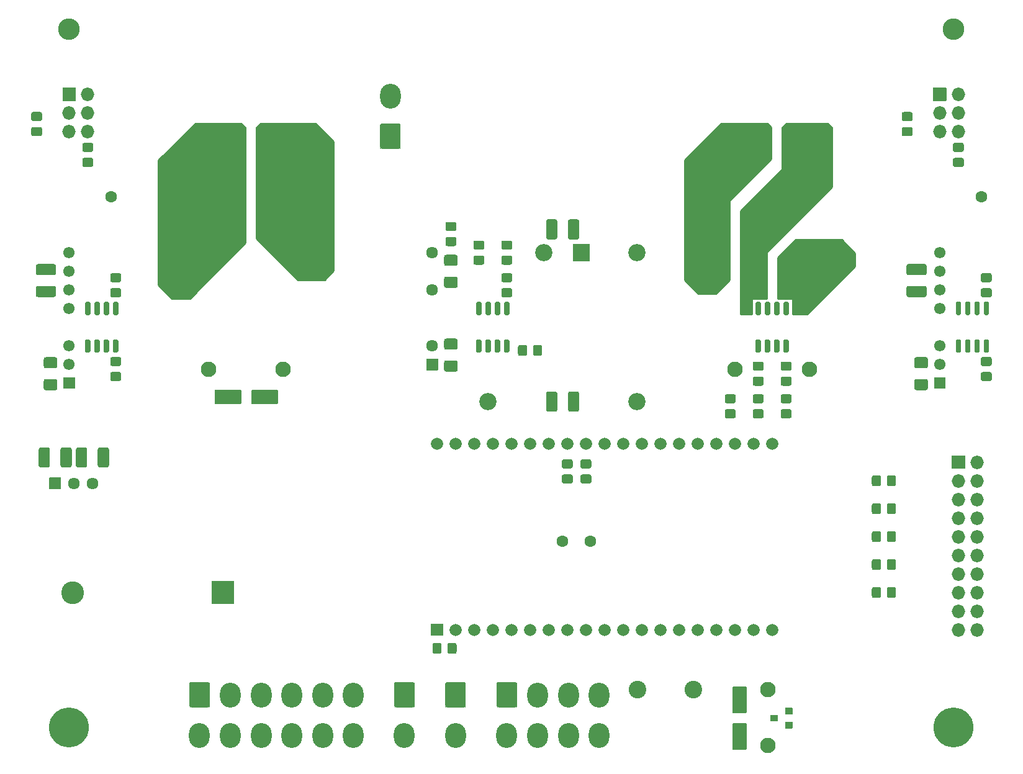
<source format=gbr>
G04 #@! TF.GenerationSoftware,KiCad,Pcbnew,(5.1.10)-1*
G04 #@! TF.CreationDate,2022-03-11T11:38:26-05:00*
G04 #@! TF.ProjectId,PacMan,5061634d-616e-42e6-9b69-6361645f7063,1.3*
G04 #@! TF.SameCoordinates,Original*
G04 #@! TF.FileFunction,Soldermask,Bot*
G04 #@! TF.FilePolarity,Negative*
%FSLAX46Y46*%
G04 Gerber Fmt 4.6, Leading zero omitted, Abs format (unit mm)*
G04 Created by KiCad (PCBNEW (5.1.10)-1) date 2022-03-11 11:38:26*
%MOMM*%
%LPD*%
G01*
G04 APERTURE LIST*
%ADD10O,6.602000X2.642000*%
%ADD11O,2.802000X3.402000*%
%ADD12C,1.662000*%
%ADD13C,2.102000*%
%ADD14C,4.102000*%
%ADD15C,1.602000*%
%ADD16O,1.829200X1.829200*%
%ADD17C,1.552000*%
%ADD18C,2.352000*%
%ADD19C,5.436000*%
%ADD20C,2.402000*%
%ADD21C,1.610000*%
%ADD22C,3.102000*%
%ADD23C,2.946800*%
%ADD24C,0.254000*%
%ADD25C,0.100000*%
G04 APERTURE END LIST*
D10*
X175755000Y-66040000D03*
X183655000Y-66040000D03*
X104000000Y-66040000D03*
X111900000Y-66040000D03*
D11*
X121965000Y-147740000D03*
X117765000Y-147740000D03*
X113565000Y-147740000D03*
X109365000Y-147740000D03*
X105165000Y-147740000D03*
X100965000Y-147740000D03*
X121965000Y-142240000D03*
X117765000Y-142240000D03*
X113565000Y-142240000D03*
X109365000Y-142240000D03*
X105165000Y-142240000D03*
G36*
G01*
X99564000Y-143681555D02*
X99564000Y-140798445D01*
G75*
G02*
X99823445Y-140539000I259445J0D01*
G01*
X102106555Y-140539000D01*
G75*
G02*
X102366000Y-140798445I0J-259445D01*
G01*
X102366000Y-143681555D01*
G75*
G02*
X102106555Y-143941000I-259445J0D01*
G01*
X99823445Y-143941000D01*
G75*
G02*
X99564000Y-143681555I0J259445D01*
G01*
G37*
X155475000Y-147740000D03*
X151275000Y-147740000D03*
X147075000Y-147740000D03*
X142875000Y-147740000D03*
X155475000Y-142240000D03*
X151275000Y-142240000D03*
X147075000Y-142240000D03*
G36*
G01*
X141474000Y-143681555D02*
X141474000Y-140798445D01*
G75*
G02*
X141733445Y-140539000I259445J0D01*
G01*
X144016555Y-140539000D01*
G75*
G02*
X144276000Y-140798445I0J-259445D01*
G01*
X144276000Y-143681555D01*
G75*
G02*
X144016555Y-143941000I-259445J0D01*
G01*
X141733445Y-143941000D01*
G75*
G02*
X141474000Y-143681555I0J259445D01*
G01*
G37*
G36*
G01*
X173833828Y-102471000D02*
X172876172Y-102471000D01*
G75*
G02*
X172604000Y-102198828I0J272172D01*
G01*
X172604000Y-101491172D01*
G75*
G02*
X172876172Y-101219000I272172J0D01*
G01*
X173833828Y-101219000D01*
G75*
G02*
X174106000Y-101491172I0J-272172D01*
G01*
X174106000Y-102198828D01*
G75*
G02*
X173833828Y-102471000I-272172J0D01*
G01*
G37*
G36*
G01*
X173833828Y-104521000D02*
X172876172Y-104521000D01*
G75*
G02*
X172604000Y-104248828I0J272172D01*
G01*
X172604000Y-103541172D01*
G75*
G02*
X172876172Y-103269000I272172J0D01*
G01*
X173833828Y-103269000D01*
G75*
G02*
X174106000Y-103541172I0J-272172D01*
G01*
X174106000Y-104248828D01*
G75*
G02*
X173833828Y-104521000I-272172J0D01*
G01*
G37*
G36*
G01*
X134774000Y-136368828D02*
X134774000Y-135411172D01*
G75*
G02*
X135046172Y-135139000I272172J0D01*
G01*
X135753828Y-135139000D01*
G75*
G02*
X136026000Y-135411172I0J-272172D01*
G01*
X136026000Y-136368828D01*
G75*
G02*
X135753828Y-136641000I-272172J0D01*
G01*
X135046172Y-136641000D01*
G75*
G02*
X134774000Y-136368828I0J272172D01*
G01*
G37*
G36*
G01*
X132724000Y-136368828D02*
X132724000Y-135411172D01*
G75*
G02*
X132996172Y-135139000I272172J0D01*
G01*
X133703828Y-135139000D01*
G75*
G02*
X133976000Y-135411172I0J-272172D01*
G01*
X133976000Y-136368828D01*
G75*
G02*
X133703828Y-136641000I-272172J0D01*
G01*
X132996172Y-136641000D01*
G75*
G02*
X132724000Y-136368828I0J272172D01*
G01*
G37*
G36*
G01*
X134130000Y-134181000D02*
X132570000Y-134181000D01*
G75*
G02*
X132519000Y-134130000I0J51000D01*
G01*
X132519000Y-132570000D01*
G75*
G02*
X132570000Y-132519000I51000J0D01*
G01*
X134130000Y-132519000D01*
G75*
G02*
X134181000Y-132570000I0J-51000D01*
G01*
X134181000Y-134130000D01*
G75*
G02*
X134130000Y-134181000I-51000J0D01*
G01*
G37*
D12*
X135890000Y-133350000D03*
X179070000Y-133350000D03*
X138430000Y-133350000D03*
X140970000Y-133350000D03*
X143510000Y-133350000D03*
X146050000Y-133350000D03*
X148590000Y-133350000D03*
X151130000Y-133350000D03*
X153670000Y-133350000D03*
X156210000Y-133350000D03*
X158750000Y-133350000D03*
X161290000Y-133350000D03*
X163830000Y-133350000D03*
X166370000Y-133350000D03*
X168910000Y-133350000D03*
X171450000Y-133350000D03*
X173990000Y-133350000D03*
X176530000Y-133350000D03*
X133350000Y-107950000D03*
X135890000Y-107950000D03*
X138430000Y-107950000D03*
X140970000Y-107950000D03*
X143510000Y-107950000D03*
X146050000Y-107950000D03*
X148590000Y-107950000D03*
X151130000Y-107950000D03*
X153670000Y-107950000D03*
X156210000Y-107950000D03*
X158750000Y-107950000D03*
X161290000Y-107950000D03*
X163830000Y-107950000D03*
X166370000Y-107950000D03*
X168910000Y-107950000D03*
X171450000Y-107950000D03*
X173990000Y-107950000D03*
X176530000Y-107950000D03*
X179070000Y-107950000D03*
G36*
G01*
X148244000Y-79848106D02*
X148244000Y-77631894D01*
G75*
G02*
X148511894Y-77364000I267894J0D01*
G01*
X149503106Y-77364000D01*
G75*
G02*
X149771000Y-77631894I0J-267894D01*
G01*
X149771000Y-79848106D01*
G75*
G02*
X149503106Y-80116000I-267894J0D01*
G01*
X148511894Y-80116000D01*
G75*
G02*
X148244000Y-79848106I0J267894D01*
G01*
G37*
G36*
G01*
X151219000Y-79848106D02*
X151219000Y-77631894D01*
G75*
G02*
X151486894Y-77364000I267894J0D01*
G01*
X152478106Y-77364000D01*
G75*
G02*
X152746000Y-77631894I0J-267894D01*
G01*
X152746000Y-79848106D01*
G75*
G02*
X152478106Y-80116000I-267894J0D01*
G01*
X151486894Y-80116000D01*
G75*
G02*
X151219000Y-79848106I0J267894D01*
G01*
G37*
G36*
G01*
X204948828Y-68181000D02*
X203991172Y-68181000D01*
G75*
G02*
X203719000Y-67908828I0J272172D01*
G01*
X203719000Y-67201172D01*
G75*
G02*
X203991172Y-66929000I272172J0D01*
G01*
X204948828Y-66929000D01*
G75*
G02*
X205221000Y-67201172I0J-272172D01*
G01*
X205221000Y-67908828D01*
G75*
G02*
X204948828Y-68181000I-272172J0D01*
G01*
G37*
G36*
G01*
X204948828Y-70231000D02*
X203991172Y-70231000D01*
G75*
G02*
X203719000Y-69958828I0J272172D01*
G01*
X203719000Y-69251172D01*
G75*
G02*
X203991172Y-68979000I272172J0D01*
G01*
X204948828Y-68979000D01*
G75*
G02*
X205221000Y-69251172I0J-272172D01*
G01*
X205221000Y-69958828D01*
G75*
G02*
X204948828Y-70231000I-272172J0D01*
G01*
G37*
G36*
G01*
X86203828Y-68181000D02*
X85246172Y-68181000D01*
G75*
G02*
X84974000Y-67908828I0J272172D01*
G01*
X84974000Y-67201172D01*
G75*
G02*
X85246172Y-66929000I272172J0D01*
G01*
X86203828Y-66929000D01*
G75*
G02*
X86476000Y-67201172I0J-272172D01*
G01*
X86476000Y-67908828D01*
G75*
G02*
X86203828Y-68181000I-272172J0D01*
G01*
G37*
G36*
G01*
X86203828Y-70231000D02*
X85246172Y-70231000D01*
G75*
G02*
X84974000Y-69958828I0J272172D01*
G01*
X84974000Y-69251172D01*
G75*
G02*
X85246172Y-68979000I272172J0D01*
G01*
X86203828Y-68979000D01*
G75*
G02*
X86476000Y-69251172I0J-272172D01*
G01*
X86476000Y-69958828D01*
G75*
G02*
X86203828Y-70231000I-272172J0D01*
G01*
G37*
D13*
X184150000Y-97790000D03*
X173990000Y-97790000D03*
D14*
X170180000Y-85090000D03*
X187960000Y-82550000D03*
D13*
X112395000Y-97790000D03*
X102235000Y-97790000D03*
D14*
X98425000Y-85090000D03*
X116205000Y-82550000D03*
G36*
G01*
X146449000Y-95728828D02*
X146449000Y-94771172D01*
G75*
G02*
X146721172Y-94499000I272172J0D01*
G01*
X147428828Y-94499000D01*
G75*
G02*
X147701000Y-94771172I0J-272172D01*
G01*
X147701000Y-95728828D01*
G75*
G02*
X147428828Y-96001000I-272172J0D01*
G01*
X146721172Y-96001000D01*
G75*
G02*
X146449000Y-95728828I0J272172D01*
G01*
G37*
G36*
G01*
X144399000Y-95728828D02*
X144399000Y-94771172D01*
G75*
G02*
X144671172Y-94499000I272172J0D01*
G01*
X145378828Y-94499000D01*
G75*
G02*
X145651000Y-94771172I0J-272172D01*
G01*
X145651000Y-95728828D01*
G75*
G02*
X145378828Y-96001000I-272172J0D01*
G01*
X144671172Y-96001000D01*
G75*
G02*
X144399000Y-95728828I0J272172D01*
G01*
G37*
G36*
G01*
X143353828Y-88011000D02*
X142396172Y-88011000D01*
G75*
G02*
X142124000Y-87738828I0J272172D01*
G01*
X142124000Y-87031172D01*
G75*
G02*
X142396172Y-86759000I272172J0D01*
G01*
X143353828Y-86759000D01*
G75*
G02*
X143626000Y-87031172I0J-272172D01*
G01*
X143626000Y-87738828D01*
G75*
G02*
X143353828Y-88011000I-272172J0D01*
G01*
G37*
G36*
G01*
X143353828Y-85961000D02*
X142396172Y-85961000D01*
G75*
G02*
X142124000Y-85688828I0J272172D01*
G01*
X142124000Y-84981172D01*
G75*
G02*
X142396172Y-84709000I272172J0D01*
G01*
X143353828Y-84709000D01*
G75*
G02*
X143626000Y-84981172I0J-272172D01*
G01*
X143626000Y-85688828D01*
G75*
G02*
X143353828Y-85961000I-272172J0D01*
G01*
G37*
D15*
X88900000Y-74295000D03*
G36*
G01*
X201015400Y-61188600D02*
X201015400Y-59461400D01*
G75*
G02*
X201066400Y-59410400I51000J0D01*
G01*
X202793600Y-59410400D01*
G75*
G02*
X202844600Y-59461400I0J-51000D01*
G01*
X202844600Y-61188600D01*
G75*
G02*
X202793600Y-61239600I-51000J0D01*
G01*
X201066400Y-61239600D01*
G75*
G02*
X201015400Y-61188600I0J51000D01*
G01*
G37*
D16*
X204470000Y-60325000D03*
X201930000Y-62865000D03*
X204470000Y-62865000D03*
X201930000Y-65405000D03*
X204470000Y-65405000D03*
G36*
G01*
X176686172Y-96774000D02*
X177643828Y-96774000D01*
G75*
G02*
X177916000Y-97046172I0J-272172D01*
G01*
X177916000Y-97753828D01*
G75*
G02*
X177643828Y-98026000I-272172J0D01*
G01*
X176686172Y-98026000D01*
G75*
G02*
X176414000Y-97753828I0J272172D01*
G01*
X176414000Y-97046172D01*
G75*
G02*
X176686172Y-96774000I272172J0D01*
G01*
G37*
G36*
G01*
X176686172Y-98824000D02*
X177643828Y-98824000D01*
G75*
G02*
X177916000Y-99096172I0J-272172D01*
G01*
X177916000Y-99803828D01*
G75*
G02*
X177643828Y-100076000I-272172J0D01*
G01*
X176686172Y-100076000D01*
G75*
G02*
X176414000Y-99803828I0J272172D01*
G01*
X176414000Y-99096172D01*
G75*
G02*
X176686172Y-98824000I272172J0D01*
G01*
G37*
G36*
G01*
X89056172Y-98189000D02*
X90013828Y-98189000D01*
G75*
G02*
X90286000Y-98461172I0J-272172D01*
G01*
X90286000Y-99168828D01*
G75*
G02*
X90013828Y-99441000I-272172J0D01*
G01*
X89056172Y-99441000D01*
G75*
G02*
X88784000Y-99168828I0J272172D01*
G01*
X88784000Y-98461172D01*
G75*
G02*
X89056172Y-98189000I272172J0D01*
G01*
G37*
G36*
G01*
X89056172Y-96139000D02*
X90013828Y-96139000D01*
G75*
G02*
X90286000Y-96411172I0J-272172D01*
G01*
X90286000Y-97118828D01*
G75*
G02*
X90013828Y-97391000I-272172J0D01*
G01*
X89056172Y-97391000D01*
G75*
G02*
X88784000Y-97118828I0J272172D01*
G01*
X88784000Y-96411172D01*
G75*
G02*
X89056172Y-96139000I272172J0D01*
G01*
G37*
G36*
G01*
X207801172Y-96139000D02*
X208758828Y-96139000D01*
G75*
G02*
X209031000Y-96411172I0J-272172D01*
G01*
X209031000Y-97118828D01*
G75*
G02*
X208758828Y-97391000I-272172J0D01*
G01*
X207801172Y-97391000D01*
G75*
G02*
X207529000Y-97118828I0J272172D01*
G01*
X207529000Y-96411172D01*
G75*
G02*
X207801172Y-96139000I272172J0D01*
G01*
G37*
G36*
G01*
X207801172Y-98189000D02*
X208758828Y-98189000D01*
G75*
G02*
X209031000Y-98461172I0J-272172D01*
G01*
X209031000Y-99168828D01*
G75*
G02*
X208758828Y-99441000I-272172J0D01*
G01*
X207801172Y-99441000D01*
G75*
G02*
X207529000Y-99168828I0J272172D01*
G01*
X207529000Y-98461172D01*
G75*
G02*
X207801172Y-98189000I272172J0D01*
G01*
G37*
G36*
G01*
X208758828Y-85961000D02*
X207801172Y-85961000D01*
G75*
G02*
X207529000Y-85688828I0J272172D01*
G01*
X207529000Y-84981172D01*
G75*
G02*
X207801172Y-84709000I272172J0D01*
G01*
X208758828Y-84709000D01*
G75*
G02*
X209031000Y-84981172I0J-272172D01*
G01*
X209031000Y-85688828D01*
G75*
G02*
X208758828Y-85961000I-272172J0D01*
G01*
G37*
G36*
G01*
X208758828Y-88011000D02*
X207801172Y-88011000D01*
G75*
G02*
X207529000Y-87738828I0J272172D01*
G01*
X207529000Y-87031172D01*
G75*
G02*
X207801172Y-86759000I272172J0D01*
G01*
X208758828Y-86759000D01*
G75*
G02*
X209031000Y-87031172I0J-272172D01*
G01*
X209031000Y-87738828D01*
G75*
G02*
X208758828Y-88011000I-272172J0D01*
G01*
G37*
G36*
G01*
X90013828Y-88011000D02*
X89056172Y-88011000D01*
G75*
G02*
X88784000Y-87738828I0J272172D01*
G01*
X88784000Y-87031172D01*
G75*
G02*
X89056172Y-86759000I272172J0D01*
G01*
X90013828Y-86759000D01*
G75*
G02*
X90286000Y-87031172I0J-272172D01*
G01*
X90286000Y-87738828D01*
G75*
G02*
X90013828Y-88011000I-272172J0D01*
G01*
G37*
G36*
G01*
X90013828Y-85961000D02*
X89056172Y-85961000D01*
G75*
G02*
X88784000Y-85688828I0J272172D01*
G01*
X88784000Y-84981172D01*
G75*
G02*
X89056172Y-84709000I272172J0D01*
G01*
X90013828Y-84709000D01*
G75*
G02*
X90286000Y-84981172I0J-272172D01*
G01*
X90286000Y-85688828D01*
G75*
G02*
X90013828Y-85961000I-272172J0D01*
G01*
G37*
G36*
G01*
X151219000Y-103343106D02*
X151219000Y-101126894D01*
G75*
G02*
X151486894Y-100859000I267894J0D01*
G01*
X152478106Y-100859000D01*
G75*
G02*
X152746000Y-101126894I0J-267894D01*
G01*
X152746000Y-103343106D01*
G75*
G02*
X152478106Y-103611000I-267894J0D01*
G01*
X151486894Y-103611000D01*
G75*
G02*
X151219000Y-103343106I0J267894D01*
G01*
G37*
G36*
G01*
X148244000Y-103343106D02*
X148244000Y-101126894D01*
G75*
G02*
X148511894Y-100859000I267894J0D01*
G01*
X149503106Y-100859000D01*
G75*
G02*
X149771000Y-101126894I0J-267894D01*
G01*
X149771000Y-103343106D01*
G75*
G02*
X149503106Y-103611000I-267894J0D01*
G01*
X148511894Y-103611000D01*
G75*
G02*
X148244000Y-103343106I0J267894D01*
G01*
G37*
G36*
G01*
X180496172Y-98824000D02*
X181453828Y-98824000D01*
G75*
G02*
X181726000Y-99096172I0J-272172D01*
G01*
X181726000Y-99803828D01*
G75*
G02*
X181453828Y-100076000I-272172J0D01*
G01*
X180496172Y-100076000D01*
G75*
G02*
X180224000Y-99803828I0J272172D01*
G01*
X180224000Y-99096172D01*
G75*
G02*
X180496172Y-98824000I272172J0D01*
G01*
G37*
G36*
G01*
X180496172Y-96774000D02*
X181453828Y-96774000D01*
G75*
G02*
X181726000Y-97046172I0J-272172D01*
G01*
X181726000Y-97753828D01*
G75*
G02*
X181453828Y-98026000I-272172J0D01*
G01*
X180496172Y-98026000D01*
G75*
G02*
X180224000Y-97753828I0J272172D01*
G01*
X180224000Y-97046172D01*
G75*
G02*
X180496172Y-96774000I272172J0D01*
G01*
G37*
G36*
G01*
X198731894Y-99149000D02*
X200048106Y-99149000D01*
G75*
G02*
X200316000Y-99416894I0J-267894D01*
G01*
X200316000Y-100408106D01*
G75*
G02*
X200048106Y-100676000I-267894J0D01*
G01*
X198731894Y-100676000D01*
G75*
G02*
X198464000Y-100408106I0J267894D01*
G01*
X198464000Y-99416894D01*
G75*
G02*
X198731894Y-99149000I267894J0D01*
G01*
G37*
G36*
G01*
X198731894Y-96174000D02*
X200048106Y-96174000D01*
G75*
G02*
X200316000Y-96441894I0J-267894D01*
G01*
X200316000Y-97433106D01*
G75*
G02*
X200048106Y-97701000I-267894J0D01*
G01*
X198731894Y-97701000D01*
G75*
G02*
X198464000Y-97433106I0J267894D01*
G01*
X198464000Y-96441894D01*
G75*
G02*
X198731894Y-96174000I267894J0D01*
G01*
G37*
D17*
X83185000Y-81915000D03*
X83185000Y-84455000D03*
X83185000Y-86995000D03*
X83185000Y-89535000D03*
X83185000Y-94615000D03*
X83185000Y-97155000D03*
G36*
G01*
X83961000Y-98970000D02*
X83961000Y-100420000D01*
G75*
G02*
X83910000Y-100471000I-51000J0D01*
G01*
X82460000Y-100471000D01*
G75*
G02*
X82409000Y-100420000I0J51000D01*
G01*
X82409000Y-98970000D01*
G75*
G02*
X82460000Y-98919000I51000J0D01*
G01*
X83910000Y-98919000D01*
G75*
G02*
X83961000Y-98970000I0J-51000D01*
G01*
G37*
G36*
G01*
X134596894Y-85179000D02*
X135913106Y-85179000D01*
G75*
G02*
X136181000Y-85446894I0J-267894D01*
G01*
X136181000Y-86438106D01*
G75*
G02*
X135913106Y-86706000I-267894J0D01*
G01*
X134596894Y-86706000D01*
G75*
G02*
X134329000Y-86438106I0J267894D01*
G01*
X134329000Y-85446894D01*
G75*
G02*
X134596894Y-85179000I267894J0D01*
G01*
G37*
G36*
G01*
X134596894Y-82204000D02*
X135913106Y-82204000D01*
G75*
G02*
X136181000Y-82471894I0J-267894D01*
G01*
X136181000Y-83463106D01*
G75*
G02*
X135913106Y-83731000I-267894J0D01*
G01*
X134596894Y-83731000D01*
G75*
G02*
X134329000Y-83463106I0J267894D01*
G01*
X134329000Y-82471894D01*
G75*
G02*
X134596894Y-82204000I267894J0D01*
G01*
G37*
G36*
G01*
X202706000Y-98970000D02*
X202706000Y-100420000D01*
G75*
G02*
X202655000Y-100471000I-51000J0D01*
G01*
X201205000Y-100471000D01*
G75*
G02*
X201154000Y-100420000I0J51000D01*
G01*
X201154000Y-98970000D01*
G75*
G02*
X201205000Y-98919000I51000J0D01*
G01*
X202655000Y-98919000D01*
G75*
G02*
X202706000Y-98970000I0J-51000D01*
G01*
G37*
X201930000Y-97155000D03*
X201930000Y-94615000D03*
X201930000Y-89535000D03*
X201930000Y-86995000D03*
X201930000Y-84455000D03*
X201930000Y-81915000D03*
G36*
G01*
X79986894Y-96174000D02*
X81303106Y-96174000D01*
G75*
G02*
X81571000Y-96441894I0J-267894D01*
G01*
X81571000Y-97433106D01*
G75*
G02*
X81303106Y-97701000I-267894J0D01*
G01*
X79986894Y-97701000D01*
G75*
G02*
X79719000Y-97433106I0J267894D01*
G01*
X79719000Y-96441894D01*
G75*
G02*
X79986894Y-96174000I267894J0D01*
G01*
G37*
G36*
G01*
X79986894Y-99149000D02*
X81303106Y-99149000D01*
G75*
G02*
X81571000Y-99416894I0J-267894D01*
G01*
X81571000Y-100408106D01*
G75*
G02*
X81303106Y-100676000I-267894J0D01*
G01*
X79986894Y-100676000D01*
G75*
G02*
X79719000Y-100408106I0J267894D01*
G01*
X79719000Y-99416894D01*
G75*
G02*
X79986894Y-99149000I267894J0D01*
G01*
G37*
G36*
G01*
X135913106Y-98136000D02*
X134596894Y-98136000D01*
G75*
G02*
X134329000Y-97868106I0J267894D01*
G01*
X134329000Y-96876894D01*
G75*
G02*
X134596894Y-96609000I267894J0D01*
G01*
X135913106Y-96609000D01*
G75*
G02*
X136181000Y-96876894I0J-267894D01*
G01*
X136181000Y-97868106D01*
G75*
G02*
X135913106Y-98136000I-267894J0D01*
G01*
G37*
G36*
G01*
X135913106Y-95161000D02*
X134596894Y-95161000D01*
G75*
G02*
X134329000Y-94893106I0J267894D01*
G01*
X134329000Y-93901894D01*
G75*
G02*
X134596894Y-93634000I267894J0D01*
G01*
X135913106Y-93634000D01*
G75*
G02*
X136181000Y-93901894I0J-267894D01*
G01*
X136181000Y-94893106D01*
G75*
G02*
X135913106Y-95161000I-267894J0D01*
G01*
G37*
G36*
G01*
X82270400Y-61188600D02*
X82270400Y-59461400D01*
G75*
G02*
X82321400Y-59410400I51000J0D01*
G01*
X84048600Y-59410400D01*
G75*
G02*
X84099600Y-59461400I0J-51000D01*
G01*
X84099600Y-61188600D01*
G75*
G02*
X84048600Y-61239600I-51000J0D01*
G01*
X82321400Y-61239600D01*
G75*
G02*
X82270400Y-61188600I0J51000D01*
G01*
G37*
D16*
X85725000Y-60325000D03*
X83185000Y-62865000D03*
X85725000Y-62865000D03*
X83185000Y-65405000D03*
X85725000Y-65405000D03*
G36*
G01*
X181453828Y-104521000D02*
X180496172Y-104521000D01*
G75*
G02*
X180224000Y-104248828I0J272172D01*
G01*
X180224000Y-103541172D01*
G75*
G02*
X180496172Y-103269000I272172J0D01*
G01*
X181453828Y-103269000D01*
G75*
G02*
X181726000Y-103541172I0J-272172D01*
G01*
X181726000Y-104248828D01*
G75*
G02*
X181453828Y-104521000I-272172J0D01*
G01*
G37*
G36*
G01*
X181453828Y-102471000D02*
X180496172Y-102471000D01*
G75*
G02*
X180224000Y-102198828I0J272172D01*
G01*
X180224000Y-101491172D01*
G75*
G02*
X180496172Y-101219000I272172J0D01*
G01*
X181453828Y-101219000D01*
G75*
G02*
X181726000Y-101491172I0J-272172D01*
G01*
X181726000Y-102198828D01*
G75*
G02*
X181453828Y-102471000I-272172J0D01*
G01*
G37*
G36*
G01*
X177643828Y-102471000D02*
X176686172Y-102471000D01*
G75*
G02*
X176414000Y-102198828I0J272172D01*
G01*
X176414000Y-101491172D01*
G75*
G02*
X176686172Y-101219000I272172J0D01*
G01*
X177643828Y-101219000D01*
G75*
G02*
X177916000Y-101491172I0J-272172D01*
G01*
X177916000Y-102198828D01*
G75*
G02*
X177643828Y-102471000I-272172J0D01*
G01*
G37*
G36*
G01*
X177643828Y-104521000D02*
X176686172Y-104521000D01*
G75*
G02*
X176414000Y-104248828I0J272172D01*
G01*
X176414000Y-103541172D01*
G75*
G02*
X176686172Y-103269000I272172J0D01*
G01*
X177643828Y-103269000D01*
G75*
G02*
X177916000Y-103541172I0J-272172D01*
G01*
X177916000Y-104248828D01*
G75*
G02*
X177643828Y-104521000I-272172J0D01*
G01*
G37*
G36*
G01*
X139543828Y-83566000D02*
X138586172Y-83566000D01*
G75*
G02*
X138314000Y-83293828I0J272172D01*
G01*
X138314000Y-82586172D01*
G75*
G02*
X138586172Y-82314000I272172J0D01*
G01*
X139543828Y-82314000D01*
G75*
G02*
X139816000Y-82586172I0J-272172D01*
G01*
X139816000Y-83293828D01*
G75*
G02*
X139543828Y-83566000I-272172J0D01*
G01*
G37*
G36*
G01*
X139543828Y-81516000D02*
X138586172Y-81516000D01*
G75*
G02*
X138314000Y-81243828I0J272172D01*
G01*
X138314000Y-80536172D01*
G75*
G02*
X138586172Y-80264000I272172J0D01*
G01*
X139543828Y-80264000D01*
G75*
G02*
X139816000Y-80536172I0J-272172D01*
G01*
X139816000Y-81243828D01*
G75*
G02*
X139543828Y-81516000I-272172J0D01*
G01*
G37*
G36*
G01*
X143353828Y-83566000D02*
X142396172Y-83566000D01*
G75*
G02*
X142124000Y-83293828I0J272172D01*
G01*
X142124000Y-82586172D01*
G75*
G02*
X142396172Y-82314000I272172J0D01*
G01*
X143353828Y-82314000D01*
G75*
G02*
X143626000Y-82586172I0J-272172D01*
G01*
X143626000Y-83293828D01*
G75*
G02*
X143353828Y-83566000I-272172J0D01*
G01*
G37*
G36*
G01*
X143353828Y-81516000D02*
X142396172Y-81516000D01*
G75*
G02*
X142124000Y-81243828I0J272172D01*
G01*
X142124000Y-80536172D01*
G75*
G02*
X142396172Y-80264000I272172J0D01*
G01*
X143353828Y-80264000D01*
G75*
G02*
X143626000Y-80536172I0J-272172D01*
G01*
X143626000Y-81243828D01*
G75*
G02*
X143353828Y-81516000I-272172J0D01*
G01*
G37*
G36*
G01*
X78261172Y-64779000D02*
X79218828Y-64779000D01*
G75*
G02*
X79491000Y-65051172I0J-272172D01*
G01*
X79491000Y-65758828D01*
G75*
G02*
X79218828Y-66031000I-272172J0D01*
G01*
X78261172Y-66031000D01*
G75*
G02*
X77989000Y-65758828I0J272172D01*
G01*
X77989000Y-65051172D01*
G75*
G02*
X78261172Y-64779000I272172J0D01*
G01*
G37*
G36*
G01*
X78261172Y-62729000D02*
X79218828Y-62729000D01*
G75*
G02*
X79491000Y-63001172I0J-272172D01*
G01*
X79491000Y-63708828D01*
G75*
G02*
X79218828Y-63981000I-272172J0D01*
G01*
X78261172Y-63981000D01*
G75*
G02*
X77989000Y-63708828I0J272172D01*
G01*
X77989000Y-63001172D01*
G75*
G02*
X78261172Y-62729000I272172J0D01*
G01*
G37*
G36*
G01*
X143050500Y-95576000D02*
X142699500Y-95576000D01*
G75*
G02*
X142524000Y-95400500I0J175500D01*
G01*
X142524000Y-93899500D01*
G75*
G02*
X142699500Y-93724000I175500J0D01*
G01*
X143050500Y-93724000D01*
G75*
G02*
X143226000Y-93899500I0J-175500D01*
G01*
X143226000Y-95400500D01*
G75*
G02*
X143050500Y-95576000I-175500J0D01*
G01*
G37*
G36*
G01*
X141780500Y-95576000D02*
X141429500Y-95576000D01*
G75*
G02*
X141254000Y-95400500I0J175500D01*
G01*
X141254000Y-93899500D01*
G75*
G02*
X141429500Y-93724000I175500J0D01*
G01*
X141780500Y-93724000D01*
G75*
G02*
X141956000Y-93899500I0J-175500D01*
G01*
X141956000Y-95400500D01*
G75*
G02*
X141780500Y-95576000I-175500J0D01*
G01*
G37*
G36*
G01*
X140510500Y-95576000D02*
X140159500Y-95576000D01*
G75*
G02*
X139984000Y-95400500I0J175500D01*
G01*
X139984000Y-93899500D01*
G75*
G02*
X140159500Y-93724000I175500J0D01*
G01*
X140510500Y-93724000D01*
G75*
G02*
X140686000Y-93899500I0J-175500D01*
G01*
X140686000Y-95400500D01*
G75*
G02*
X140510500Y-95576000I-175500J0D01*
G01*
G37*
G36*
G01*
X139240500Y-95576000D02*
X138889500Y-95576000D01*
G75*
G02*
X138714000Y-95400500I0J175500D01*
G01*
X138714000Y-93899500D01*
G75*
G02*
X138889500Y-93724000I175500J0D01*
G01*
X139240500Y-93724000D01*
G75*
G02*
X139416000Y-93899500I0J-175500D01*
G01*
X139416000Y-95400500D01*
G75*
G02*
X139240500Y-95576000I-175500J0D01*
G01*
G37*
G36*
G01*
X139240500Y-90426000D02*
X138889500Y-90426000D01*
G75*
G02*
X138714000Y-90250500I0J175500D01*
G01*
X138714000Y-88749500D01*
G75*
G02*
X138889500Y-88574000I175500J0D01*
G01*
X139240500Y-88574000D01*
G75*
G02*
X139416000Y-88749500I0J-175500D01*
G01*
X139416000Y-90250500D01*
G75*
G02*
X139240500Y-90426000I-175500J0D01*
G01*
G37*
G36*
G01*
X140510500Y-90426000D02*
X140159500Y-90426000D01*
G75*
G02*
X139984000Y-90250500I0J175500D01*
G01*
X139984000Y-88749500D01*
G75*
G02*
X140159500Y-88574000I175500J0D01*
G01*
X140510500Y-88574000D01*
G75*
G02*
X140686000Y-88749500I0J-175500D01*
G01*
X140686000Y-90250500D01*
G75*
G02*
X140510500Y-90426000I-175500J0D01*
G01*
G37*
G36*
G01*
X141780500Y-90426000D02*
X141429500Y-90426000D01*
G75*
G02*
X141254000Y-90250500I0J175500D01*
G01*
X141254000Y-88749500D01*
G75*
G02*
X141429500Y-88574000I175500J0D01*
G01*
X141780500Y-88574000D01*
G75*
G02*
X141956000Y-88749500I0J-175500D01*
G01*
X141956000Y-90250500D01*
G75*
G02*
X141780500Y-90426000I-175500J0D01*
G01*
G37*
G36*
G01*
X143050500Y-90426000D02*
X142699500Y-90426000D01*
G75*
G02*
X142524000Y-90250500I0J175500D01*
G01*
X142524000Y-88749500D01*
G75*
G02*
X142699500Y-88574000I175500J0D01*
G01*
X143050500Y-88574000D01*
G75*
G02*
X143226000Y-88749500I0J-175500D01*
G01*
X143226000Y-90250500D01*
G75*
G02*
X143050500Y-90426000I-175500J0D01*
G01*
G37*
G36*
G01*
X197006172Y-64779000D02*
X197963828Y-64779000D01*
G75*
G02*
X198236000Y-65051172I0J-272172D01*
G01*
X198236000Y-65758828D01*
G75*
G02*
X197963828Y-66031000I-272172J0D01*
G01*
X197006172Y-66031000D01*
G75*
G02*
X196734000Y-65758828I0J272172D01*
G01*
X196734000Y-65051172D01*
G75*
G02*
X197006172Y-64779000I272172J0D01*
G01*
G37*
G36*
G01*
X197006172Y-62729000D02*
X197963828Y-62729000D01*
G75*
G02*
X198236000Y-63001172I0J-272172D01*
G01*
X198236000Y-63708828D01*
G75*
G02*
X197963828Y-63981000I-272172J0D01*
G01*
X197006172Y-63981000D01*
G75*
G02*
X196734000Y-63708828I0J272172D01*
G01*
X196734000Y-63001172D01*
G75*
G02*
X197006172Y-62729000I272172J0D01*
G01*
G37*
G36*
G01*
X135733828Y-81026000D02*
X134776172Y-81026000D01*
G75*
G02*
X134504000Y-80753828I0J272172D01*
G01*
X134504000Y-80046172D01*
G75*
G02*
X134776172Y-79774000I272172J0D01*
G01*
X135733828Y-79774000D01*
G75*
G02*
X136006000Y-80046172I0J-272172D01*
G01*
X136006000Y-80753828D01*
G75*
G02*
X135733828Y-81026000I-272172J0D01*
G01*
G37*
G36*
G01*
X135733828Y-78976000D02*
X134776172Y-78976000D01*
G75*
G02*
X134504000Y-78703828I0J272172D01*
G01*
X134504000Y-77996172D01*
G75*
G02*
X134776172Y-77724000I272172J0D01*
G01*
X135733828Y-77724000D01*
G75*
G02*
X136006000Y-77996172I0J-272172D01*
G01*
X136006000Y-78703828D01*
G75*
G02*
X135733828Y-78976000I-272172J0D01*
G01*
G37*
D15*
X207645000Y-74295000D03*
G36*
G01*
X208455500Y-90426000D02*
X208104500Y-90426000D01*
G75*
G02*
X207929000Y-90250500I0J175500D01*
G01*
X207929000Y-88749500D01*
G75*
G02*
X208104500Y-88574000I175500J0D01*
G01*
X208455500Y-88574000D01*
G75*
G02*
X208631000Y-88749500I0J-175500D01*
G01*
X208631000Y-90250500D01*
G75*
G02*
X208455500Y-90426000I-175500J0D01*
G01*
G37*
G36*
G01*
X207185500Y-90426000D02*
X206834500Y-90426000D01*
G75*
G02*
X206659000Y-90250500I0J175500D01*
G01*
X206659000Y-88749500D01*
G75*
G02*
X206834500Y-88574000I175500J0D01*
G01*
X207185500Y-88574000D01*
G75*
G02*
X207361000Y-88749500I0J-175500D01*
G01*
X207361000Y-90250500D01*
G75*
G02*
X207185500Y-90426000I-175500J0D01*
G01*
G37*
G36*
G01*
X205915500Y-90426000D02*
X205564500Y-90426000D01*
G75*
G02*
X205389000Y-90250500I0J175500D01*
G01*
X205389000Y-88749500D01*
G75*
G02*
X205564500Y-88574000I175500J0D01*
G01*
X205915500Y-88574000D01*
G75*
G02*
X206091000Y-88749500I0J-175500D01*
G01*
X206091000Y-90250500D01*
G75*
G02*
X205915500Y-90426000I-175500J0D01*
G01*
G37*
G36*
G01*
X204645500Y-90426000D02*
X204294500Y-90426000D01*
G75*
G02*
X204119000Y-90250500I0J175500D01*
G01*
X204119000Y-88749500D01*
G75*
G02*
X204294500Y-88574000I175500J0D01*
G01*
X204645500Y-88574000D01*
G75*
G02*
X204821000Y-88749500I0J-175500D01*
G01*
X204821000Y-90250500D01*
G75*
G02*
X204645500Y-90426000I-175500J0D01*
G01*
G37*
G36*
G01*
X204645500Y-95576000D02*
X204294500Y-95576000D01*
G75*
G02*
X204119000Y-95400500I0J175500D01*
G01*
X204119000Y-93899500D01*
G75*
G02*
X204294500Y-93724000I175500J0D01*
G01*
X204645500Y-93724000D01*
G75*
G02*
X204821000Y-93899500I0J-175500D01*
G01*
X204821000Y-95400500D01*
G75*
G02*
X204645500Y-95576000I-175500J0D01*
G01*
G37*
G36*
G01*
X205915500Y-95576000D02*
X205564500Y-95576000D01*
G75*
G02*
X205389000Y-95400500I0J175500D01*
G01*
X205389000Y-93899500D01*
G75*
G02*
X205564500Y-93724000I175500J0D01*
G01*
X205915500Y-93724000D01*
G75*
G02*
X206091000Y-93899500I0J-175500D01*
G01*
X206091000Y-95400500D01*
G75*
G02*
X205915500Y-95576000I-175500J0D01*
G01*
G37*
G36*
G01*
X207185500Y-95576000D02*
X206834500Y-95576000D01*
G75*
G02*
X206659000Y-95400500I0J175500D01*
G01*
X206659000Y-93899500D01*
G75*
G02*
X206834500Y-93724000I175500J0D01*
G01*
X207185500Y-93724000D01*
G75*
G02*
X207361000Y-93899500I0J-175500D01*
G01*
X207361000Y-95400500D01*
G75*
G02*
X207185500Y-95576000I-175500J0D01*
G01*
G37*
G36*
G01*
X208455500Y-95576000D02*
X208104500Y-95576000D01*
G75*
G02*
X207929000Y-95400500I0J175500D01*
G01*
X207929000Y-93899500D01*
G75*
G02*
X208104500Y-93724000I175500J0D01*
G01*
X208455500Y-93724000D01*
G75*
G02*
X208631000Y-93899500I0J-175500D01*
G01*
X208631000Y-95400500D01*
G75*
G02*
X208455500Y-95576000I-175500J0D01*
G01*
G37*
G36*
G01*
X81118106Y-85001000D02*
X78901894Y-85001000D01*
G75*
G02*
X78634000Y-84733106I0J267894D01*
G01*
X78634000Y-83741894D01*
G75*
G02*
X78901894Y-83474000I267894J0D01*
G01*
X81118106Y-83474000D01*
G75*
G02*
X81386000Y-83741894I0J-267894D01*
G01*
X81386000Y-84733106D01*
G75*
G02*
X81118106Y-85001000I-267894J0D01*
G01*
G37*
G36*
G01*
X81118106Y-87976000D02*
X78901894Y-87976000D01*
G75*
G02*
X78634000Y-87708106I0J267894D01*
G01*
X78634000Y-86716894D01*
G75*
G02*
X78901894Y-86449000I267894J0D01*
G01*
X81118106Y-86449000D01*
G75*
G02*
X81386000Y-86716894I0J-267894D01*
G01*
X81386000Y-87708106D01*
G75*
G02*
X81118106Y-87976000I-267894J0D01*
G01*
G37*
G36*
G01*
X89710500Y-95576000D02*
X89359500Y-95576000D01*
G75*
G02*
X89184000Y-95400500I0J175500D01*
G01*
X89184000Y-93899500D01*
G75*
G02*
X89359500Y-93724000I175500J0D01*
G01*
X89710500Y-93724000D01*
G75*
G02*
X89886000Y-93899500I0J-175500D01*
G01*
X89886000Y-95400500D01*
G75*
G02*
X89710500Y-95576000I-175500J0D01*
G01*
G37*
G36*
G01*
X88440500Y-95576000D02*
X88089500Y-95576000D01*
G75*
G02*
X87914000Y-95400500I0J175500D01*
G01*
X87914000Y-93899500D01*
G75*
G02*
X88089500Y-93724000I175500J0D01*
G01*
X88440500Y-93724000D01*
G75*
G02*
X88616000Y-93899500I0J-175500D01*
G01*
X88616000Y-95400500D01*
G75*
G02*
X88440500Y-95576000I-175500J0D01*
G01*
G37*
G36*
G01*
X87170500Y-95576000D02*
X86819500Y-95576000D01*
G75*
G02*
X86644000Y-95400500I0J175500D01*
G01*
X86644000Y-93899500D01*
G75*
G02*
X86819500Y-93724000I175500J0D01*
G01*
X87170500Y-93724000D01*
G75*
G02*
X87346000Y-93899500I0J-175500D01*
G01*
X87346000Y-95400500D01*
G75*
G02*
X87170500Y-95576000I-175500J0D01*
G01*
G37*
G36*
G01*
X85900500Y-95576000D02*
X85549500Y-95576000D01*
G75*
G02*
X85374000Y-95400500I0J175500D01*
G01*
X85374000Y-93899500D01*
G75*
G02*
X85549500Y-93724000I175500J0D01*
G01*
X85900500Y-93724000D01*
G75*
G02*
X86076000Y-93899500I0J-175500D01*
G01*
X86076000Y-95400500D01*
G75*
G02*
X85900500Y-95576000I-175500J0D01*
G01*
G37*
G36*
G01*
X85900500Y-90426000D02*
X85549500Y-90426000D01*
G75*
G02*
X85374000Y-90250500I0J175500D01*
G01*
X85374000Y-88749500D01*
G75*
G02*
X85549500Y-88574000I175500J0D01*
G01*
X85900500Y-88574000D01*
G75*
G02*
X86076000Y-88749500I0J-175500D01*
G01*
X86076000Y-90250500D01*
G75*
G02*
X85900500Y-90426000I-175500J0D01*
G01*
G37*
G36*
G01*
X87170500Y-90426000D02*
X86819500Y-90426000D01*
G75*
G02*
X86644000Y-90250500I0J175500D01*
G01*
X86644000Y-88749500D01*
G75*
G02*
X86819500Y-88574000I175500J0D01*
G01*
X87170500Y-88574000D01*
G75*
G02*
X87346000Y-88749500I0J-175500D01*
G01*
X87346000Y-90250500D01*
G75*
G02*
X87170500Y-90426000I-175500J0D01*
G01*
G37*
G36*
G01*
X88440500Y-90426000D02*
X88089500Y-90426000D01*
G75*
G02*
X87914000Y-90250500I0J175500D01*
G01*
X87914000Y-88749500D01*
G75*
G02*
X88089500Y-88574000I175500J0D01*
G01*
X88440500Y-88574000D01*
G75*
G02*
X88616000Y-88749500I0J-175500D01*
G01*
X88616000Y-90250500D01*
G75*
G02*
X88440500Y-90426000I-175500J0D01*
G01*
G37*
G36*
G01*
X89710500Y-90426000D02*
X89359500Y-90426000D01*
G75*
G02*
X89184000Y-90250500I0J175500D01*
G01*
X89184000Y-88749500D01*
G75*
G02*
X89359500Y-88574000I175500J0D01*
G01*
X89710500Y-88574000D01*
G75*
G02*
X89886000Y-88749500I0J-175500D01*
G01*
X89886000Y-90250500D01*
G75*
G02*
X89710500Y-90426000I-175500J0D01*
G01*
G37*
G36*
G01*
X199863106Y-87976000D02*
X197646894Y-87976000D01*
G75*
G02*
X197379000Y-87708106I0J267894D01*
G01*
X197379000Y-86716894D01*
G75*
G02*
X197646894Y-86449000I267894J0D01*
G01*
X199863106Y-86449000D01*
G75*
G02*
X200131000Y-86716894I0J-267894D01*
G01*
X200131000Y-87708106D01*
G75*
G02*
X199863106Y-87976000I-267894J0D01*
G01*
G37*
G36*
G01*
X199863106Y-85001000D02*
X197646894Y-85001000D01*
G75*
G02*
X197379000Y-84733106I0J267894D01*
G01*
X197379000Y-83741894D01*
G75*
G02*
X197646894Y-83474000I267894J0D01*
G01*
X199863106Y-83474000D01*
G75*
G02*
X200131000Y-83741894I0J-267894D01*
G01*
X200131000Y-84733106D01*
G75*
G02*
X199863106Y-85001000I-267894J0D01*
G01*
G37*
G36*
G01*
X176989500Y-88574000D02*
X177340500Y-88574000D01*
G75*
G02*
X177516000Y-88749500I0J-175500D01*
G01*
X177516000Y-90250500D01*
G75*
G02*
X177340500Y-90426000I-175500J0D01*
G01*
X176989500Y-90426000D01*
G75*
G02*
X176814000Y-90250500I0J175500D01*
G01*
X176814000Y-88749500D01*
G75*
G02*
X176989500Y-88574000I175500J0D01*
G01*
G37*
G36*
G01*
X178259500Y-88574000D02*
X178610500Y-88574000D01*
G75*
G02*
X178786000Y-88749500I0J-175500D01*
G01*
X178786000Y-90250500D01*
G75*
G02*
X178610500Y-90426000I-175500J0D01*
G01*
X178259500Y-90426000D01*
G75*
G02*
X178084000Y-90250500I0J175500D01*
G01*
X178084000Y-88749500D01*
G75*
G02*
X178259500Y-88574000I175500J0D01*
G01*
G37*
G36*
G01*
X179529500Y-88574000D02*
X179880500Y-88574000D01*
G75*
G02*
X180056000Y-88749500I0J-175500D01*
G01*
X180056000Y-90250500D01*
G75*
G02*
X179880500Y-90426000I-175500J0D01*
G01*
X179529500Y-90426000D01*
G75*
G02*
X179354000Y-90250500I0J175500D01*
G01*
X179354000Y-88749500D01*
G75*
G02*
X179529500Y-88574000I175500J0D01*
G01*
G37*
G36*
G01*
X180799500Y-88574000D02*
X181150500Y-88574000D01*
G75*
G02*
X181326000Y-88749500I0J-175500D01*
G01*
X181326000Y-90250500D01*
G75*
G02*
X181150500Y-90426000I-175500J0D01*
G01*
X180799500Y-90426000D01*
G75*
G02*
X180624000Y-90250500I0J175500D01*
G01*
X180624000Y-88749500D01*
G75*
G02*
X180799500Y-88574000I175500J0D01*
G01*
G37*
G36*
G01*
X180799500Y-93724000D02*
X181150500Y-93724000D01*
G75*
G02*
X181326000Y-93899500I0J-175500D01*
G01*
X181326000Y-95400500D01*
G75*
G02*
X181150500Y-95576000I-175500J0D01*
G01*
X180799500Y-95576000D01*
G75*
G02*
X180624000Y-95400500I0J175500D01*
G01*
X180624000Y-93899500D01*
G75*
G02*
X180799500Y-93724000I175500J0D01*
G01*
G37*
G36*
G01*
X179529500Y-93724000D02*
X179880500Y-93724000D01*
G75*
G02*
X180056000Y-93899500I0J-175500D01*
G01*
X180056000Y-95400500D01*
G75*
G02*
X179880500Y-95576000I-175500J0D01*
G01*
X179529500Y-95576000D01*
G75*
G02*
X179354000Y-95400500I0J175500D01*
G01*
X179354000Y-93899500D01*
G75*
G02*
X179529500Y-93724000I175500J0D01*
G01*
G37*
G36*
G01*
X178259500Y-93724000D02*
X178610500Y-93724000D01*
G75*
G02*
X178786000Y-93899500I0J-175500D01*
G01*
X178786000Y-95400500D01*
G75*
G02*
X178610500Y-95576000I-175500J0D01*
G01*
X178259500Y-95576000D01*
G75*
G02*
X178084000Y-95400500I0J175500D01*
G01*
X178084000Y-93899500D01*
G75*
G02*
X178259500Y-93724000I175500J0D01*
G01*
G37*
G36*
G01*
X176989500Y-93724000D02*
X177340500Y-93724000D01*
G75*
G02*
X177516000Y-93899500I0J-175500D01*
G01*
X177516000Y-95400500D01*
G75*
G02*
X177340500Y-95576000I-175500J0D01*
G01*
X176989500Y-95576000D01*
G75*
G02*
X176814000Y-95400500I0J175500D01*
G01*
X176814000Y-93899500D01*
G75*
G02*
X176989500Y-93724000I175500J0D01*
G01*
G37*
D18*
X160655000Y-81915000D03*
X160655000Y-102235000D03*
X140335000Y-102235000D03*
X147955000Y-81915000D03*
G36*
G01*
X151859000Y-83040000D02*
X151859000Y-80790000D01*
G75*
G02*
X151910000Y-80739000I51000J0D01*
G01*
X154160000Y-80739000D01*
G75*
G02*
X154211000Y-80790000I0J-51000D01*
G01*
X154211000Y-83040000D01*
G75*
G02*
X154160000Y-83091000I-51000J0D01*
G01*
X151910000Y-83091000D01*
G75*
G02*
X151859000Y-83040000I0J51000D01*
G01*
G37*
D15*
X154305000Y-121285000D03*
X150495000Y-121285000D03*
G36*
G01*
X194709000Y-113508828D02*
X194709000Y-112551172D01*
G75*
G02*
X194981172Y-112279000I272172J0D01*
G01*
X195688828Y-112279000D01*
G75*
G02*
X195961000Y-112551172I0J-272172D01*
G01*
X195961000Y-113508828D01*
G75*
G02*
X195688828Y-113781000I-272172J0D01*
G01*
X194981172Y-113781000D01*
G75*
G02*
X194709000Y-113508828I0J272172D01*
G01*
G37*
G36*
G01*
X192659000Y-113508828D02*
X192659000Y-112551172D01*
G75*
G02*
X192931172Y-112279000I272172J0D01*
G01*
X193638828Y-112279000D01*
G75*
G02*
X193911000Y-112551172I0J-272172D01*
G01*
X193911000Y-113508828D01*
G75*
G02*
X193638828Y-113781000I-272172J0D01*
G01*
X192931172Y-113781000D01*
G75*
G02*
X192659000Y-113508828I0J272172D01*
G01*
G37*
G36*
G01*
X192659000Y-117318828D02*
X192659000Y-116361172D01*
G75*
G02*
X192931172Y-116089000I272172J0D01*
G01*
X193638828Y-116089000D01*
G75*
G02*
X193911000Y-116361172I0J-272172D01*
G01*
X193911000Y-117318828D01*
G75*
G02*
X193638828Y-117591000I-272172J0D01*
G01*
X192931172Y-117591000D01*
G75*
G02*
X192659000Y-117318828I0J272172D01*
G01*
G37*
G36*
G01*
X194709000Y-117318828D02*
X194709000Y-116361172D01*
G75*
G02*
X194981172Y-116089000I272172J0D01*
G01*
X195688828Y-116089000D01*
G75*
G02*
X195961000Y-116361172I0J-272172D01*
G01*
X195961000Y-117318828D01*
G75*
G02*
X195688828Y-117591000I-272172J0D01*
G01*
X194981172Y-117591000D01*
G75*
G02*
X194709000Y-117318828I0J272172D01*
G01*
G37*
G36*
G01*
X194709000Y-121128828D02*
X194709000Y-120171172D01*
G75*
G02*
X194981172Y-119899000I272172J0D01*
G01*
X195688828Y-119899000D01*
G75*
G02*
X195961000Y-120171172I0J-272172D01*
G01*
X195961000Y-121128828D01*
G75*
G02*
X195688828Y-121401000I-272172J0D01*
G01*
X194981172Y-121401000D01*
G75*
G02*
X194709000Y-121128828I0J272172D01*
G01*
G37*
G36*
G01*
X192659000Y-121128828D02*
X192659000Y-120171172D01*
G75*
G02*
X192931172Y-119899000I272172J0D01*
G01*
X193638828Y-119899000D01*
G75*
G02*
X193911000Y-120171172I0J-272172D01*
G01*
X193911000Y-121128828D01*
G75*
G02*
X193638828Y-121401000I-272172J0D01*
G01*
X192931172Y-121401000D01*
G75*
G02*
X192659000Y-121128828I0J272172D01*
G01*
G37*
G36*
G01*
X192659000Y-124938828D02*
X192659000Y-123981172D01*
G75*
G02*
X192931172Y-123709000I272172J0D01*
G01*
X193638828Y-123709000D01*
G75*
G02*
X193911000Y-123981172I0J-272172D01*
G01*
X193911000Y-124938828D01*
G75*
G02*
X193638828Y-125211000I-272172J0D01*
G01*
X192931172Y-125211000D01*
G75*
G02*
X192659000Y-124938828I0J272172D01*
G01*
G37*
G36*
G01*
X194709000Y-124938828D02*
X194709000Y-123981172D01*
G75*
G02*
X194981172Y-123709000I272172J0D01*
G01*
X195688828Y-123709000D01*
G75*
G02*
X195961000Y-123981172I0J-272172D01*
G01*
X195961000Y-124938828D01*
G75*
G02*
X195688828Y-125211000I-272172J0D01*
G01*
X194981172Y-125211000D01*
G75*
G02*
X194709000Y-124938828I0J272172D01*
G01*
G37*
G36*
G01*
X194709000Y-128748828D02*
X194709000Y-127791172D01*
G75*
G02*
X194981172Y-127519000I272172J0D01*
G01*
X195688828Y-127519000D01*
G75*
G02*
X195961000Y-127791172I0J-272172D01*
G01*
X195961000Y-128748828D01*
G75*
G02*
X195688828Y-129021000I-272172J0D01*
G01*
X194981172Y-129021000D01*
G75*
G02*
X194709000Y-128748828I0J272172D01*
G01*
G37*
G36*
G01*
X192659000Y-128748828D02*
X192659000Y-127791172D01*
G75*
G02*
X192931172Y-127519000I272172J0D01*
G01*
X193638828Y-127519000D01*
G75*
G02*
X193911000Y-127791172I0J-272172D01*
G01*
X193911000Y-128748828D01*
G75*
G02*
X193638828Y-129021000I-272172J0D01*
G01*
X192931172Y-129021000D01*
G75*
G02*
X192659000Y-128748828I0J272172D01*
G01*
G37*
G36*
G01*
X79029000Y-110963106D02*
X79029000Y-108746894D01*
G75*
G02*
X79296894Y-108479000I267894J0D01*
G01*
X80288106Y-108479000D01*
G75*
G02*
X80556000Y-108746894I0J-267894D01*
G01*
X80556000Y-110963106D01*
G75*
G02*
X80288106Y-111231000I-267894J0D01*
G01*
X79296894Y-111231000D01*
G75*
G02*
X79029000Y-110963106I0J267894D01*
G01*
G37*
G36*
G01*
X82004000Y-110963106D02*
X82004000Y-108746894D01*
G75*
G02*
X82271894Y-108479000I267894J0D01*
G01*
X83263106Y-108479000D01*
G75*
G02*
X83531000Y-108746894I0J-267894D01*
G01*
X83531000Y-110963106D01*
G75*
G02*
X83263106Y-111231000I-267894J0D01*
G01*
X82271894Y-111231000D01*
G75*
G02*
X82004000Y-110963106I0J267894D01*
G01*
G37*
G36*
G01*
X85636000Y-108746894D02*
X85636000Y-110963106D01*
G75*
G02*
X85368106Y-111231000I-267894J0D01*
G01*
X84376894Y-111231000D01*
G75*
G02*
X84109000Y-110963106I0J267894D01*
G01*
X84109000Y-108746894D01*
G75*
G02*
X84376894Y-108479000I267894J0D01*
G01*
X85368106Y-108479000D01*
G75*
G02*
X85636000Y-108746894I0J-267894D01*
G01*
G37*
G36*
G01*
X88611000Y-108746894D02*
X88611000Y-110963106D01*
G75*
G02*
X88343106Y-111231000I-267894J0D01*
G01*
X87351894Y-111231000D01*
G75*
G02*
X87084000Y-110963106I0J267894D01*
G01*
X87084000Y-108746894D01*
G75*
G02*
X87351894Y-108479000I267894J0D01*
G01*
X88343106Y-108479000D01*
G75*
G02*
X88611000Y-108746894I0J-267894D01*
G01*
G37*
G36*
G01*
X173725000Y-146114000D02*
X175525000Y-146114000D01*
G75*
G02*
X175576000Y-146165000I0J-51000D01*
G01*
X175576000Y-149665000D01*
G75*
G02*
X175525000Y-149716000I-51000J0D01*
G01*
X173725000Y-149716000D01*
G75*
G02*
X173674000Y-149665000I0J51000D01*
G01*
X173674000Y-146165000D01*
G75*
G02*
X173725000Y-146114000I51000J0D01*
G01*
G37*
G36*
G01*
X173725000Y-141114000D02*
X175525000Y-141114000D01*
G75*
G02*
X175576000Y-141165000I0J-51000D01*
G01*
X175576000Y-144665000D01*
G75*
G02*
X175525000Y-144716000I-51000J0D01*
G01*
X173725000Y-144716000D01*
G75*
G02*
X173674000Y-144665000I0J51000D01*
G01*
X173674000Y-141165000D01*
G75*
G02*
X173725000Y-141114000I51000J0D01*
G01*
G37*
G36*
G01*
X103054000Y-102500000D02*
X103054000Y-100700000D01*
G75*
G02*
X103105000Y-100649000I51000J0D01*
G01*
X106605000Y-100649000D01*
G75*
G02*
X106656000Y-100700000I0J-51000D01*
G01*
X106656000Y-102500000D01*
G75*
G02*
X106605000Y-102551000I-51000J0D01*
G01*
X103105000Y-102551000D01*
G75*
G02*
X103054000Y-102500000I0J51000D01*
G01*
G37*
G36*
G01*
X108054000Y-102500000D02*
X108054000Y-100700000D01*
G75*
G02*
X108105000Y-100649000I51000J0D01*
G01*
X111605000Y-100649000D01*
G75*
G02*
X111656000Y-100700000I0J-51000D01*
G01*
X111656000Y-102500000D01*
G75*
G02*
X111605000Y-102551000I-51000J0D01*
G01*
X108105000Y-102551000D01*
G75*
G02*
X108054000Y-102500000I0J51000D01*
G01*
G37*
D19*
X83185000Y-146685000D03*
X203835000Y-146685000D03*
D11*
X127000000Y-60540000D03*
G36*
G01*
X128401000Y-64598445D02*
X128401000Y-67481555D01*
G75*
G02*
X128141555Y-67741000I-259445J0D01*
G01*
X125858445Y-67741000D01*
G75*
G02*
X125599000Y-67481555I0J259445D01*
G01*
X125599000Y-64598445D01*
G75*
G02*
X125858445Y-64339000I259445J0D01*
G01*
X128141555Y-64339000D01*
G75*
G02*
X128401000Y-64598445I0J-259445D01*
G01*
G37*
D16*
X207010000Y-133350000D03*
X204470000Y-133350000D03*
X207010000Y-130810000D03*
X204470000Y-130810000D03*
X207010000Y-128270000D03*
X204470000Y-128270000D03*
X207010000Y-125730000D03*
X204470000Y-125730000D03*
X207010000Y-123190000D03*
X204470000Y-123190000D03*
X207010000Y-120650000D03*
X204470000Y-120650000D03*
X207010000Y-118110000D03*
X204470000Y-118110000D03*
X207010000Y-115570000D03*
X204470000Y-115570000D03*
X207010000Y-113030000D03*
X204470000Y-113030000D03*
X207010000Y-110490000D03*
G36*
G01*
X203555400Y-111353600D02*
X203555400Y-109626400D01*
G75*
G02*
X203606400Y-109575400I51000J0D01*
G01*
X205333600Y-109575400D01*
G75*
G02*
X205384600Y-109626400I0J-51000D01*
G01*
X205384600Y-111353600D01*
G75*
G02*
X205333600Y-111404600I-51000J0D01*
G01*
X203606400Y-111404600D01*
G75*
G02*
X203555400Y-111353600I0J51000D01*
G01*
G37*
D11*
X128905000Y-147740000D03*
G36*
G01*
X127504000Y-143681555D02*
X127504000Y-140798445D01*
G75*
G02*
X127763445Y-140539000I259445J0D01*
G01*
X130046555Y-140539000D01*
G75*
G02*
X130306000Y-140798445I0J-259445D01*
G01*
X130306000Y-143681555D01*
G75*
G02*
X130046555Y-143941000I-259445J0D01*
G01*
X127763445Y-143941000D01*
G75*
G02*
X127504000Y-143681555I0J259445D01*
G01*
G37*
G36*
G01*
X134489000Y-143681555D02*
X134489000Y-140798445D01*
G75*
G02*
X134748445Y-140539000I259445J0D01*
G01*
X137031555Y-140539000D01*
G75*
G02*
X137291000Y-140798445I0J-259445D01*
G01*
X137291000Y-143681555D01*
G75*
G02*
X137031555Y-143941000I-259445J0D01*
G01*
X134748445Y-143941000D01*
G75*
G02*
X134489000Y-143681555I0J259445D01*
G01*
G37*
X135890000Y-147740000D03*
D13*
X178498500Y-149161500D03*
D20*
X160718500Y-141541500D03*
X168338500Y-141541500D03*
D13*
X178498500Y-141541500D03*
G36*
G01*
X151608828Y-113411000D02*
X150651172Y-113411000D01*
G75*
G02*
X150379000Y-113138828I0J272172D01*
G01*
X150379000Y-112431172D01*
G75*
G02*
X150651172Y-112159000I272172J0D01*
G01*
X151608828Y-112159000D01*
G75*
G02*
X151881000Y-112431172I0J-272172D01*
G01*
X151881000Y-113138828D01*
G75*
G02*
X151608828Y-113411000I-272172J0D01*
G01*
G37*
G36*
G01*
X151608828Y-111361000D02*
X150651172Y-111361000D01*
G75*
G02*
X150379000Y-111088828I0J272172D01*
G01*
X150379000Y-110381172D01*
G75*
G02*
X150651172Y-110109000I272172J0D01*
G01*
X151608828Y-110109000D01*
G75*
G02*
X151881000Y-110381172I0J-272172D01*
G01*
X151881000Y-111088828D01*
G75*
G02*
X151608828Y-111361000I-272172J0D01*
G01*
G37*
G36*
G01*
X154148828Y-113411000D02*
X153191172Y-113411000D01*
G75*
G02*
X152919000Y-113138828I0J272172D01*
G01*
X152919000Y-112431172D01*
G75*
G02*
X153191172Y-112159000I272172J0D01*
G01*
X154148828Y-112159000D01*
G75*
G02*
X154421000Y-112431172I0J-272172D01*
G01*
X154421000Y-113138828D01*
G75*
G02*
X154148828Y-113411000I-272172J0D01*
G01*
G37*
G36*
G01*
X154148828Y-111361000D02*
X153191172Y-111361000D01*
G75*
G02*
X152919000Y-111088828I0J272172D01*
G01*
X152919000Y-110381172D01*
G75*
G02*
X153191172Y-110109000I272172J0D01*
G01*
X154148828Y-110109000D01*
G75*
G02*
X154421000Y-110381172I0J-272172D01*
G01*
X154421000Y-111088828D01*
G75*
G02*
X154148828Y-111361000I-272172J0D01*
G01*
G37*
G36*
G01*
X80475000Y-114139000D02*
X80475000Y-112631000D01*
G75*
G02*
X80526000Y-112580000I51000J0D01*
G01*
X82034000Y-112580000D01*
G75*
G02*
X82085000Y-112631000I0J-51000D01*
G01*
X82085000Y-114139000D01*
G75*
G02*
X82034000Y-114190000I-51000J0D01*
G01*
X80526000Y-114190000D01*
G75*
G02*
X80475000Y-114139000I0J51000D01*
G01*
G37*
D21*
X83820000Y-113385000D03*
X86360000Y-113385000D03*
G36*
G01*
X105691000Y-126770000D02*
X105691000Y-129770000D01*
G75*
G02*
X105640000Y-129821000I-51000J0D01*
G01*
X102640000Y-129821000D01*
G75*
G02*
X102589000Y-129770000I0J51000D01*
G01*
X102589000Y-126770000D01*
G75*
G02*
X102640000Y-126719000I51000J0D01*
G01*
X105640000Y-126719000D01*
G75*
G02*
X105691000Y-126770000I0J-51000D01*
G01*
G37*
D22*
X83650000Y-128270000D03*
G36*
G01*
X179841000Y-145015000D02*
X179841000Y-145815000D01*
G75*
G02*
X179790000Y-145866000I-51000J0D01*
G01*
X178890000Y-145866000D01*
G75*
G02*
X178839000Y-145815000I0J51000D01*
G01*
X178839000Y-145015000D01*
G75*
G02*
X178890000Y-144964000I51000J0D01*
G01*
X179790000Y-144964000D01*
G75*
G02*
X179841000Y-145015000I0J-51000D01*
G01*
G37*
G36*
G01*
X181841000Y-145965000D02*
X181841000Y-146765000D01*
G75*
G02*
X181790000Y-146816000I-51000J0D01*
G01*
X180890000Y-146816000D01*
G75*
G02*
X180839000Y-146765000I0J51000D01*
G01*
X180839000Y-145965000D01*
G75*
G02*
X180890000Y-145914000I51000J0D01*
G01*
X181790000Y-145914000D01*
G75*
G02*
X181841000Y-145965000I0J-51000D01*
G01*
G37*
G36*
G01*
X181841000Y-144065000D02*
X181841000Y-144865000D01*
G75*
G02*
X181790000Y-144916000I-51000J0D01*
G01*
X180890000Y-144916000D01*
G75*
G02*
X180839000Y-144865000I0J51000D01*
G01*
X180839000Y-144065000D01*
G75*
G02*
X180890000Y-144014000I51000J0D01*
G01*
X181790000Y-144014000D01*
G75*
G02*
X181841000Y-144065000I0J-51000D01*
G01*
G37*
G36*
G01*
X133469000Y-97960000D02*
X131961000Y-97960000D01*
G75*
G02*
X131910000Y-97909000I0J51000D01*
G01*
X131910000Y-96401000D01*
G75*
G02*
X131961000Y-96350000I51000J0D01*
G01*
X133469000Y-96350000D01*
G75*
G02*
X133520000Y-96401000I0J-51000D01*
G01*
X133520000Y-97909000D01*
G75*
G02*
X133469000Y-97960000I-51000J0D01*
G01*
G37*
D21*
X132715000Y-94615000D03*
X132715000Y-81915000D03*
X132715000Y-86995000D03*
D23*
X83185000Y-51435000D03*
X203835000Y-51435000D03*
D24*
X178943000Y-64822606D02*
X178943000Y-69162394D01*
X173265197Y-74840197D01*
X173249403Y-74859443D01*
X173237667Y-74881399D01*
X173230440Y-74905224D01*
X173228000Y-74930000D01*
X173228000Y-85672394D01*
X171397394Y-87503000D01*
X168962606Y-87503000D01*
X167132000Y-85672394D01*
X167132000Y-69267606D01*
X172137606Y-64262000D01*
X178382394Y-64262000D01*
X178943000Y-64822606D01*
D25*
G36*
X178943000Y-64822606D02*
G01*
X178943000Y-69162394D01*
X173265197Y-74840197D01*
X173249403Y-74859443D01*
X173237667Y-74881399D01*
X173230440Y-74905224D01*
X173228000Y-74930000D01*
X173228000Y-85672394D01*
X171397394Y-87503000D01*
X168962606Y-87503000D01*
X167132000Y-85672394D01*
X167132000Y-69267606D01*
X172137606Y-64262000D01*
X178382394Y-64262000D01*
X178943000Y-64822606D01*
G37*
D24*
X187198000Y-64822606D02*
X187198000Y-72972394D01*
X178345197Y-81825197D01*
X178329403Y-81844443D01*
X178317667Y-81866399D01*
X178310440Y-81890224D01*
X178308000Y-81915000D01*
X178308000Y-88138000D01*
X176403000Y-88138000D01*
X176378224Y-88140440D01*
X176354399Y-88147667D01*
X176332443Y-88159403D01*
X176313197Y-88175197D01*
X176297403Y-88194443D01*
X176285667Y-88216399D01*
X176278440Y-88240224D01*
X176276000Y-88265000D01*
X176276000Y-90297000D01*
X174752000Y-90297000D01*
X174752000Y-76252606D01*
X180429803Y-70574803D01*
X180445597Y-70555557D01*
X180457333Y-70533601D01*
X180464560Y-70509776D01*
X180467000Y-70485000D01*
X180467000Y-64822606D01*
X181027606Y-64262000D01*
X186637394Y-64262000D01*
X187198000Y-64822606D01*
D25*
G36*
X187198000Y-64822606D02*
G01*
X187198000Y-72972394D01*
X178345197Y-81825197D01*
X178329403Y-81844443D01*
X178317667Y-81866399D01*
X178310440Y-81890224D01*
X178308000Y-81915000D01*
X178308000Y-88138000D01*
X176403000Y-88138000D01*
X176378224Y-88140440D01*
X176354399Y-88147667D01*
X176332443Y-88159403D01*
X176313197Y-88175197D01*
X176297403Y-88194443D01*
X176285667Y-88216399D01*
X176278440Y-88240224D01*
X176276000Y-88265000D01*
X176276000Y-90297000D01*
X174752000Y-90297000D01*
X174752000Y-76252606D01*
X180429803Y-70574803D01*
X180445597Y-70555557D01*
X180457333Y-70533601D01*
X180464560Y-70509776D01*
X180467000Y-70485000D01*
X180467000Y-64822606D01*
X181027606Y-64262000D01*
X186637394Y-64262000D01*
X187198000Y-64822606D01*
G37*
D24*
X190373000Y-81967606D02*
X190373000Y-83767394D01*
X183843394Y-90297000D01*
X181864000Y-90297000D01*
X181864000Y-88265000D01*
X181861560Y-88240224D01*
X181854333Y-88216399D01*
X181842597Y-88194443D01*
X181826803Y-88175197D01*
X181807557Y-88159403D01*
X181785601Y-88147667D01*
X181761776Y-88140440D01*
X181737000Y-88138000D01*
X179832000Y-88138000D01*
X179832000Y-82602606D01*
X182297606Y-80137000D01*
X188542394Y-80137000D01*
X190373000Y-81967606D01*
D25*
G36*
X190373000Y-81967606D02*
G01*
X190373000Y-83767394D01*
X183843394Y-90297000D01*
X181864000Y-90297000D01*
X181864000Y-88265000D01*
X181861560Y-88240224D01*
X181854333Y-88216399D01*
X181842597Y-88194443D01*
X181826803Y-88175197D01*
X181807557Y-88159403D01*
X181785601Y-88147667D01*
X181761776Y-88140440D01*
X181737000Y-88138000D01*
X179832000Y-88138000D01*
X179832000Y-82602606D01*
X182297606Y-80137000D01*
X188542394Y-80137000D01*
X190373000Y-81967606D01*
G37*
D24*
X107188000Y-64822606D02*
X107188000Y-80592394D01*
X99642394Y-88138000D01*
X97207606Y-88138000D01*
X95377000Y-86307394D01*
X95377000Y-69267606D01*
X100382606Y-64262000D01*
X106627394Y-64262000D01*
X107188000Y-64822606D01*
D25*
G36*
X107188000Y-64822606D02*
G01*
X107188000Y-80592394D01*
X99642394Y-88138000D01*
X97207606Y-88138000D01*
X95377000Y-86307394D01*
X95377000Y-69267606D01*
X100382606Y-64262000D01*
X106627394Y-64262000D01*
X107188000Y-64822606D01*
G37*
D24*
X119253000Y-66727606D02*
X119253000Y-84402394D01*
X118057394Y-85598000D01*
X114352606Y-85598000D01*
X108712000Y-79957394D01*
X108712000Y-64822606D01*
X109272606Y-64262000D01*
X116787394Y-64262000D01*
X119253000Y-66727606D01*
D25*
G36*
X119253000Y-66727606D02*
G01*
X119253000Y-84402394D01*
X118057394Y-85598000D01*
X114352606Y-85598000D01*
X108712000Y-79957394D01*
X108712000Y-64822606D01*
X109272606Y-64262000D01*
X116787394Y-64262000D01*
X119253000Y-66727606D01*
G37*
G36*
X144277165Y-143679929D02*
G01*
X144278000Y-143681555D01*
X144278000Y-143777266D01*
X144277990Y-143777462D01*
X144274369Y-143814227D01*
X144274293Y-143814612D01*
X144265358Y-143844067D01*
X144265208Y-143844429D01*
X144250702Y-143871566D01*
X144250484Y-143871892D01*
X144230960Y-143895683D01*
X144230683Y-143895960D01*
X144206892Y-143915484D01*
X144206566Y-143915702D01*
X144179429Y-143930208D01*
X144179067Y-143930358D01*
X144149612Y-143939293D01*
X144149227Y-143939369D01*
X144112462Y-143942990D01*
X144112266Y-143943000D01*
X144016555Y-143943000D01*
X144014823Y-143942000D01*
X144014823Y-143940000D01*
X144016359Y-143939010D01*
X144066775Y-143934045D01*
X144115071Y-143919394D01*
X144159579Y-143895605D01*
X144198589Y-143863589D01*
X144230605Y-143824579D01*
X144254394Y-143780071D01*
X144269045Y-143731775D01*
X144274010Y-143681359D01*
X144275175Y-143679733D01*
X144277165Y-143679929D01*
G37*
G36*
X99565990Y-143681359D02*
G01*
X99570955Y-143731775D01*
X99585606Y-143780071D01*
X99609395Y-143824579D01*
X99641411Y-143863589D01*
X99680421Y-143895605D01*
X99724929Y-143919394D01*
X99773225Y-143934045D01*
X99823641Y-143939010D01*
X99825267Y-143940175D01*
X99825071Y-143942165D01*
X99823445Y-143943000D01*
X99727734Y-143943000D01*
X99727538Y-143942990D01*
X99690773Y-143939369D01*
X99690388Y-143939293D01*
X99660933Y-143930358D01*
X99660571Y-143930208D01*
X99633434Y-143915702D01*
X99633108Y-143915484D01*
X99609317Y-143895960D01*
X99609040Y-143895683D01*
X99589516Y-143871892D01*
X99589298Y-143871566D01*
X99574792Y-143844429D01*
X99574642Y-143844067D01*
X99565707Y-143814612D01*
X99565631Y-143814227D01*
X99562010Y-143777462D01*
X99562000Y-143777266D01*
X99562000Y-143681555D01*
X99563000Y-143679823D01*
X99565000Y-143679823D01*
X99565990Y-143681359D01*
G37*
G36*
X141475990Y-143681359D02*
G01*
X141480955Y-143731775D01*
X141495606Y-143780071D01*
X141519395Y-143824579D01*
X141551411Y-143863589D01*
X141590421Y-143895605D01*
X141634929Y-143919394D01*
X141683225Y-143934045D01*
X141733641Y-143939010D01*
X141735267Y-143940175D01*
X141735071Y-143942165D01*
X141733445Y-143943000D01*
X141637734Y-143943000D01*
X141637538Y-143942990D01*
X141600773Y-143939369D01*
X141600388Y-143939293D01*
X141570933Y-143930358D01*
X141570571Y-143930208D01*
X141543434Y-143915702D01*
X141543108Y-143915484D01*
X141519317Y-143895960D01*
X141519040Y-143895683D01*
X141499516Y-143871892D01*
X141499298Y-143871566D01*
X141484792Y-143844429D01*
X141484642Y-143844067D01*
X141475707Y-143814612D01*
X141475631Y-143814227D01*
X141472010Y-143777462D01*
X141472000Y-143777266D01*
X141472000Y-143681555D01*
X141473000Y-143679823D01*
X141475000Y-143679823D01*
X141475990Y-143681359D01*
G37*
G36*
X102367165Y-143679929D02*
G01*
X102368000Y-143681555D01*
X102368000Y-143777266D01*
X102367990Y-143777462D01*
X102364369Y-143814227D01*
X102364293Y-143814612D01*
X102355358Y-143844067D01*
X102355208Y-143844429D01*
X102340702Y-143871566D01*
X102340484Y-143871892D01*
X102320960Y-143895683D01*
X102320683Y-143895960D01*
X102296892Y-143915484D01*
X102296566Y-143915702D01*
X102269429Y-143930208D01*
X102269067Y-143930358D01*
X102239612Y-143939293D01*
X102239227Y-143939369D01*
X102202462Y-143942990D01*
X102202266Y-143943000D01*
X102106555Y-143943000D01*
X102104823Y-143942000D01*
X102104823Y-143940000D01*
X102106359Y-143939010D01*
X102156775Y-143934045D01*
X102205071Y-143919394D01*
X102249579Y-143895605D01*
X102288589Y-143863589D01*
X102320605Y-143824579D01*
X102344394Y-143780071D01*
X102359045Y-143731775D01*
X102364010Y-143681359D01*
X102365175Y-143679733D01*
X102367165Y-143679929D01*
G37*
G36*
X130307165Y-143679929D02*
G01*
X130308000Y-143681555D01*
X130308000Y-143777266D01*
X130307990Y-143777462D01*
X130304369Y-143814227D01*
X130304293Y-143814612D01*
X130295358Y-143844067D01*
X130295208Y-143844429D01*
X130280702Y-143871566D01*
X130280484Y-143871892D01*
X130260960Y-143895683D01*
X130260683Y-143895960D01*
X130236892Y-143915484D01*
X130236566Y-143915702D01*
X130209429Y-143930208D01*
X130209067Y-143930358D01*
X130179612Y-143939293D01*
X130179227Y-143939369D01*
X130142462Y-143942990D01*
X130142266Y-143943000D01*
X130046555Y-143943000D01*
X130044823Y-143942000D01*
X130044823Y-143940000D01*
X130046359Y-143939010D01*
X130096775Y-143934045D01*
X130145071Y-143919394D01*
X130189579Y-143895605D01*
X130228589Y-143863589D01*
X130260605Y-143824579D01*
X130284394Y-143780071D01*
X130299045Y-143731775D01*
X130304010Y-143681359D01*
X130305175Y-143679733D01*
X130307165Y-143679929D01*
G37*
G36*
X134490990Y-143681359D02*
G01*
X134495955Y-143731775D01*
X134510606Y-143780071D01*
X134534395Y-143824579D01*
X134566411Y-143863589D01*
X134605421Y-143895605D01*
X134649929Y-143919394D01*
X134698225Y-143934045D01*
X134748641Y-143939010D01*
X134750267Y-143940175D01*
X134750071Y-143942165D01*
X134748445Y-143943000D01*
X134652734Y-143943000D01*
X134652538Y-143942990D01*
X134615773Y-143939369D01*
X134615388Y-143939293D01*
X134585933Y-143930358D01*
X134585571Y-143930208D01*
X134558434Y-143915702D01*
X134558108Y-143915484D01*
X134534317Y-143895960D01*
X134534040Y-143895683D01*
X134514516Y-143871892D01*
X134514298Y-143871566D01*
X134499792Y-143844429D01*
X134499642Y-143844067D01*
X134490707Y-143814612D01*
X134490631Y-143814227D01*
X134487010Y-143777462D01*
X134487000Y-143777266D01*
X134487000Y-143681555D01*
X134488000Y-143679823D01*
X134490000Y-143679823D01*
X134490990Y-143681359D01*
G37*
G36*
X127505990Y-143681359D02*
G01*
X127510955Y-143731775D01*
X127525606Y-143780071D01*
X127549395Y-143824579D01*
X127581411Y-143863589D01*
X127620421Y-143895605D01*
X127664929Y-143919394D01*
X127713225Y-143934045D01*
X127763641Y-143939010D01*
X127765267Y-143940175D01*
X127765071Y-143942165D01*
X127763445Y-143943000D01*
X127667734Y-143943000D01*
X127667538Y-143942990D01*
X127630773Y-143939369D01*
X127630388Y-143939293D01*
X127600933Y-143930358D01*
X127600571Y-143930208D01*
X127573434Y-143915702D01*
X127573108Y-143915484D01*
X127549317Y-143895960D01*
X127549040Y-143895683D01*
X127529516Y-143871892D01*
X127529298Y-143871566D01*
X127514792Y-143844429D01*
X127514642Y-143844067D01*
X127505707Y-143814612D01*
X127505631Y-143814227D01*
X127502010Y-143777462D01*
X127502000Y-143777266D01*
X127502000Y-143681555D01*
X127503000Y-143679823D01*
X127505000Y-143679823D01*
X127505990Y-143681359D01*
G37*
G36*
X137292165Y-143679929D02*
G01*
X137293000Y-143681555D01*
X137293000Y-143777266D01*
X137292990Y-143777462D01*
X137289369Y-143814227D01*
X137289293Y-143814612D01*
X137280358Y-143844067D01*
X137280208Y-143844429D01*
X137265702Y-143871566D01*
X137265484Y-143871892D01*
X137245960Y-143895683D01*
X137245683Y-143895960D01*
X137221892Y-143915484D01*
X137221566Y-143915702D01*
X137194429Y-143930208D01*
X137194067Y-143930358D01*
X137164612Y-143939293D01*
X137164227Y-143939369D01*
X137127462Y-143942990D01*
X137127266Y-143943000D01*
X137031555Y-143943000D01*
X137029823Y-143942000D01*
X137029823Y-143940000D01*
X137031359Y-143939010D01*
X137081775Y-143934045D01*
X137130071Y-143919394D01*
X137174579Y-143895605D01*
X137213589Y-143863589D01*
X137245605Y-143824579D01*
X137269394Y-143780071D01*
X137284045Y-143731775D01*
X137289010Y-143681359D01*
X137290175Y-143679733D01*
X137292165Y-143679929D01*
G37*
G36*
X134750177Y-140538000D02*
G01*
X134750177Y-140540000D01*
X134748641Y-140540990D01*
X134698225Y-140545955D01*
X134649929Y-140560606D01*
X134605421Y-140584395D01*
X134566411Y-140616411D01*
X134534395Y-140655421D01*
X134510606Y-140699929D01*
X134495955Y-140748225D01*
X134490990Y-140798641D01*
X134489825Y-140800267D01*
X134487835Y-140800071D01*
X134487000Y-140798445D01*
X134487000Y-140702734D01*
X134487010Y-140702538D01*
X134490631Y-140665773D01*
X134490707Y-140665388D01*
X134499642Y-140635933D01*
X134499792Y-140635571D01*
X134514298Y-140608434D01*
X134514516Y-140608108D01*
X134534040Y-140584317D01*
X134534317Y-140584040D01*
X134558108Y-140564516D01*
X134558434Y-140564298D01*
X134585571Y-140549792D01*
X134585933Y-140549642D01*
X134615388Y-140540707D01*
X134615773Y-140540631D01*
X134652538Y-140537010D01*
X134652734Y-140537000D01*
X134748445Y-140537000D01*
X134750177Y-140538000D01*
G37*
G36*
X127765177Y-140538000D02*
G01*
X127765177Y-140540000D01*
X127763641Y-140540990D01*
X127713225Y-140545955D01*
X127664929Y-140560606D01*
X127620421Y-140584395D01*
X127581411Y-140616411D01*
X127549395Y-140655421D01*
X127525606Y-140699929D01*
X127510955Y-140748225D01*
X127505990Y-140798641D01*
X127504825Y-140800267D01*
X127502835Y-140800071D01*
X127502000Y-140798445D01*
X127502000Y-140702734D01*
X127502010Y-140702538D01*
X127505631Y-140665773D01*
X127505707Y-140665388D01*
X127514642Y-140635933D01*
X127514792Y-140635571D01*
X127529298Y-140608434D01*
X127529516Y-140608108D01*
X127549040Y-140584317D01*
X127549317Y-140584040D01*
X127573108Y-140564516D01*
X127573434Y-140564298D01*
X127600571Y-140549792D01*
X127600933Y-140549642D01*
X127630388Y-140540707D01*
X127630773Y-140540631D01*
X127667538Y-140537010D01*
X127667734Y-140537000D01*
X127763445Y-140537000D01*
X127765177Y-140538000D01*
G37*
G36*
X99825177Y-140538000D02*
G01*
X99825177Y-140540000D01*
X99823641Y-140540990D01*
X99773225Y-140545955D01*
X99724929Y-140560606D01*
X99680421Y-140584395D01*
X99641411Y-140616411D01*
X99609395Y-140655421D01*
X99585606Y-140699929D01*
X99570955Y-140748225D01*
X99565990Y-140798641D01*
X99564825Y-140800267D01*
X99562835Y-140800071D01*
X99562000Y-140798445D01*
X99562000Y-140702734D01*
X99562010Y-140702538D01*
X99565631Y-140665773D01*
X99565707Y-140665388D01*
X99574642Y-140635933D01*
X99574792Y-140635571D01*
X99589298Y-140608434D01*
X99589516Y-140608108D01*
X99609040Y-140584317D01*
X99609317Y-140584040D01*
X99633108Y-140564516D01*
X99633434Y-140564298D01*
X99660571Y-140549792D01*
X99660933Y-140549642D01*
X99690388Y-140540707D01*
X99690773Y-140540631D01*
X99727538Y-140537010D01*
X99727734Y-140537000D01*
X99823445Y-140537000D01*
X99825177Y-140538000D01*
G37*
G36*
X141735177Y-140538000D02*
G01*
X141735177Y-140540000D01*
X141733641Y-140540990D01*
X141683225Y-140545955D01*
X141634929Y-140560606D01*
X141590421Y-140584395D01*
X141551411Y-140616411D01*
X141519395Y-140655421D01*
X141495606Y-140699929D01*
X141480955Y-140748225D01*
X141475990Y-140798641D01*
X141474825Y-140800267D01*
X141472835Y-140800071D01*
X141472000Y-140798445D01*
X141472000Y-140702734D01*
X141472010Y-140702538D01*
X141475631Y-140665773D01*
X141475707Y-140665388D01*
X141484642Y-140635933D01*
X141484792Y-140635571D01*
X141499298Y-140608434D01*
X141499516Y-140608108D01*
X141519040Y-140584317D01*
X141519317Y-140584040D01*
X141543108Y-140564516D01*
X141543434Y-140564298D01*
X141570571Y-140549792D01*
X141570933Y-140549642D01*
X141600388Y-140540707D01*
X141600773Y-140540631D01*
X141637538Y-140537010D01*
X141637734Y-140537000D01*
X141733445Y-140537000D01*
X141735177Y-140538000D01*
G37*
G36*
X144112462Y-140537010D02*
G01*
X144149227Y-140540631D01*
X144149612Y-140540707D01*
X144179067Y-140549642D01*
X144179429Y-140549792D01*
X144206566Y-140564298D01*
X144206892Y-140564516D01*
X144230683Y-140584040D01*
X144230960Y-140584317D01*
X144250484Y-140608108D01*
X144250702Y-140608434D01*
X144265208Y-140635571D01*
X144265358Y-140635933D01*
X144274293Y-140665388D01*
X144274369Y-140665773D01*
X144277990Y-140702538D01*
X144278000Y-140702734D01*
X144278000Y-140798445D01*
X144277000Y-140800177D01*
X144275000Y-140800177D01*
X144274010Y-140798641D01*
X144269045Y-140748225D01*
X144254394Y-140699929D01*
X144230605Y-140655421D01*
X144198589Y-140616411D01*
X144159579Y-140584395D01*
X144115071Y-140560606D01*
X144066775Y-140545955D01*
X144016359Y-140540990D01*
X144014733Y-140539825D01*
X144014929Y-140537835D01*
X144016555Y-140537000D01*
X144112266Y-140537000D01*
X144112462Y-140537010D01*
G37*
G36*
X130142462Y-140537010D02*
G01*
X130179227Y-140540631D01*
X130179612Y-140540707D01*
X130209067Y-140549642D01*
X130209429Y-140549792D01*
X130236566Y-140564298D01*
X130236892Y-140564516D01*
X130260683Y-140584040D01*
X130260960Y-140584317D01*
X130280484Y-140608108D01*
X130280702Y-140608434D01*
X130295208Y-140635571D01*
X130295358Y-140635933D01*
X130304293Y-140665388D01*
X130304369Y-140665773D01*
X130307990Y-140702538D01*
X130308000Y-140702734D01*
X130308000Y-140798445D01*
X130307000Y-140800177D01*
X130305000Y-140800177D01*
X130304010Y-140798641D01*
X130299045Y-140748225D01*
X130284394Y-140699929D01*
X130260605Y-140655421D01*
X130228589Y-140616411D01*
X130189579Y-140584395D01*
X130145071Y-140560606D01*
X130096775Y-140545955D01*
X130046359Y-140540990D01*
X130044733Y-140539825D01*
X130044929Y-140537835D01*
X130046555Y-140537000D01*
X130142266Y-140537000D01*
X130142462Y-140537010D01*
G37*
G36*
X137127462Y-140537010D02*
G01*
X137164227Y-140540631D01*
X137164612Y-140540707D01*
X137194067Y-140549642D01*
X137194429Y-140549792D01*
X137221566Y-140564298D01*
X137221892Y-140564516D01*
X137245683Y-140584040D01*
X137245960Y-140584317D01*
X137265484Y-140608108D01*
X137265702Y-140608434D01*
X137280208Y-140635571D01*
X137280358Y-140635933D01*
X137289293Y-140665388D01*
X137289369Y-140665773D01*
X137292990Y-140702538D01*
X137293000Y-140702734D01*
X137293000Y-140798445D01*
X137292000Y-140800177D01*
X137290000Y-140800177D01*
X137289010Y-140798641D01*
X137284045Y-140748225D01*
X137269394Y-140699929D01*
X137245605Y-140655421D01*
X137213589Y-140616411D01*
X137174579Y-140584395D01*
X137130071Y-140560606D01*
X137081775Y-140545955D01*
X137031359Y-140540990D01*
X137029733Y-140539825D01*
X137029929Y-140537835D01*
X137031555Y-140537000D01*
X137127266Y-140537000D01*
X137127462Y-140537010D01*
G37*
G36*
X102202462Y-140537010D02*
G01*
X102239227Y-140540631D01*
X102239612Y-140540707D01*
X102269067Y-140549642D01*
X102269429Y-140549792D01*
X102296566Y-140564298D01*
X102296892Y-140564516D01*
X102320683Y-140584040D01*
X102320960Y-140584317D01*
X102340484Y-140608108D01*
X102340702Y-140608434D01*
X102355208Y-140635571D01*
X102355358Y-140635933D01*
X102364293Y-140665388D01*
X102364369Y-140665773D01*
X102367990Y-140702538D01*
X102368000Y-140702734D01*
X102368000Y-140798445D01*
X102367000Y-140800177D01*
X102365000Y-140800177D01*
X102364010Y-140798641D01*
X102359045Y-140748225D01*
X102344394Y-140699929D01*
X102320605Y-140655421D01*
X102288589Y-140616411D01*
X102249579Y-140584395D01*
X102205071Y-140560606D01*
X102156775Y-140545955D01*
X102106359Y-140540990D01*
X102104733Y-140539825D01*
X102104929Y-140537835D01*
X102106555Y-140537000D01*
X102202266Y-140537000D01*
X102202462Y-140537010D01*
G37*
G36*
X125600990Y-67481359D02*
G01*
X125605955Y-67531775D01*
X125620606Y-67580071D01*
X125644395Y-67624579D01*
X125676411Y-67663589D01*
X125715421Y-67695605D01*
X125759929Y-67719394D01*
X125808225Y-67734045D01*
X125858641Y-67739010D01*
X125860267Y-67740175D01*
X125860071Y-67742165D01*
X125858445Y-67743000D01*
X125762734Y-67743000D01*
X125762538Y-67742990D01*
X125725773Y-67739369D01*
X125725388Y-67739293D01*
X125695933Y-67730358D01*
X125695571Y-67730208D01*
X125668434Y-67715702D01*
X125668108Y-67715484D01*
X125644317Y-67695960D01*
X125644040Y-67695683D01*
X125624516Y-67671892D01*
X125624298Y-67671566D01*
X125609792Y-67644429D01*
X125609642Y-67644067D01*
X125600707Y-67614612D01*
X125600631Y-67614227D01*
X125597010Y-67577462D01*
X125597000Y-67577266D01*
X125597000Y-67481555D01*
X125598000Y-67479823D01*
X125600000Y-67479823D01*
X125600990Y-67481359D01*
G37*
G36*
X128402165Y-67479929D02*
G01*
X128403000Y-67481555D01*
X128403000Y-67577266D01*
X128402990Y-67577462D01*
X128399369Y-67614227D01*
X128399293Y-67614612D01*
X128390358Y-67644067D01*
X128390208Y-67644429D01*
X128375702Y-67671566D01*
X128375484Y-67671892D01*
X128355960Y-67695683D01*
X128355683Y-67695960D01*
X128331892Y-67715484D01*
X128331566Y-67715702D01*
X128304429Y-67730208D01*
X128304067Y-67730358D01*
X128274612Y-67739293D01*
X128274227Y-67739369D01*
X128237462Y-67742990D01*
X128237266Y-67743000D01*
X128141555Y-67743000D01*
X128139823Y-67742000D01*
X128139823Y-67740000D01*
X128141359Y-67739010D01*
X128191775Y-67734045D01*
X128240071Y-67719394D01*
X128284579Y-67695605D01*
X128323589Y-67663589D01*
X128355605Y-67624579D01*
X128379394Y-67580071D01*
X128394045Y-67531775D01*
X128399010Y-67481359D01*
X128400175Y-67479733D01*
X128402165Y-67479929D01*
G37*
G36*
X125860177Y-64338000D02*
G01*
X125860177Y-64340000D01*
X125858641Y-64340990D01*
X125808225Y-64345955D01*
X125759929Y-64360606D01*
X125715421Y-64384395D01*
X125676411Y-64416411D01*
X125644395Y-64455421D01*
X125620606Y-64499929D01*
X125605955Y-64548225D01*
X125600990Y-64598641D01*
X125599825Y-64600267D01*
X125597835Y-64600071D01*
X125597000Y-64598445D01*
X125597000Y-64502734D01*
X125597010Y-64502538D01*
X125600631Y-64465773D01*
X125600707Y-64465388D01*
X125609642Y-64435933D01*
X125609792Y-64435571D01*
X125624298Y-64408434D01*
X125624516Y-64408108D01*
X125644040Y-64384317D01*
X125644317Y-64384040D01*
X125668108Y-64364516D01*
X125668434Y-64364298D01*
X125695571Y-64349792D01*
X125695933Y-64349642D01*
X125725388Y-64340707D01*
X125725773Y-64340631D01*
X125762538Y-64337010D01*
X125762734Y-64337000D01*
X125858445Y-64337000D01*
X125860177Y-64338000D01*
G37*
G36*
X128237462Y-64337010D02*
G01*
X128274227Y-64340631D01*
X128274612Y-64340707D01*
X128304067Y-64349642D01*
X128304429Y-64349792D01*
X128331566Y-64364298D01*
X128331892Y-64364516D01*
X128355683Y-64384040D01*
X128355960Y-64384317D01*
X128375484Y-64408108D01*
X128375702Y-64408434D01*
X128390208Y-64435571D01*
X128390358Y-64435933D01*
X128399293Y-64465388D01*
X128399369Y-64465773D01*
X128402990Y-64502538D01*
X128403000Y-64502734D01*
X128403000Y-64598445D01*
X128402000Y-64600177D01*
X128400000Y-64600177D01*
X128399010Y-64598641D01*
X128394045Y-64548225D01*
X128379394Y-64499929D01*
X128355605Y-64455421D01*
X128323589Y-64416411D01*
X128284579Y-64384395D01*
X128240071Y-64360606D01*
X128191775Y-64345955D01*
X128141359Y-64340990D01*
X128139733Y-64339825D01*
X128139929Y-64337835D01*
X128141555Y-64337000D01*
X128237266Y-64337000D01*
X128237462Y-64337010D01*
G37*
M02*

</source>
